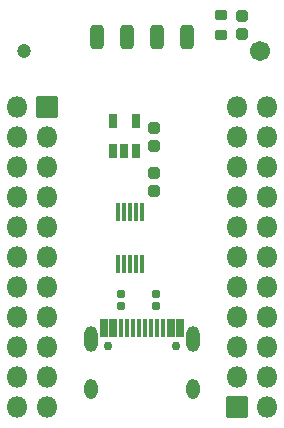
<source format=gbr>
G04 #@! TF.GenerationSoftware,KiCad,Pcbnew,(6.0.1)*
G04 #@! TF.CreationDate,2022-02-14T15:35:13+08:00*
G04 #@! TF.ProjectId,Test_Board,54657374-5f42-46f6-9172-642e6b696361,rev?*
G04 #@! TF.SameCoordinates,Original*
G04 #@! TF.FileFunction,Soldermask,Bot*
G04 #@! TF.FilePolarity,Negative*
%FSLAX46Y46*%
G04 Gerber Fmt 4.6, Leading zero omitted, Abs format (unit mm)*
G04 Created by KiCad (PCBNEW (6.0.1)) date 2022-02-14 15:35:13*
%MOMM*%
%LPD*%
G01*
G04 APERTURE LIST*
G04 Aperture macros list*
%AMRoundRect*
0 Rectangle with rounded corners*
0 $1 Rounding radius*
0 $2 $3 $4 $5 $6 $7 $8 $9 X,Y pos of 4 corners*
0 Add a 4 corners polygon primitive as box body*
4,1,4,$2,$3,$4,$5,$6,$7,$8,$9,$2,$3,0*
0 Add four circle primitives for the rounded corners*
1,1,$1+$1,$2,$3*
1,1,$1+$1,$4,$5*
1,1,$1+$1,$6,$7*
1,1,$1+$1,$8,$9*
0 Add four rect primitives between the rounded corners*
20,1,$1+$1,$2,$3,$4,$5,0*
20,1,$1+$1,$4,$5,$6,$7,0*
20,1,$1+$1,$6,$7,$8,$9,0*
20,1,$1+$1,$8,$9,$2,$3,0*%
G04 Aperture macros list end*
%ADD10RoundRect,0.300800X-0.250000X-0.750000X0.250000X-0.750000X0.250000X0.750000X-0.250000X0.750000X0*%
%ADD11C,1.201600*%
%ADD12C,1.701600*%
%ADD13RoundRect,0.269550X-0.256250X0.218750X-0.256250X-0.218750X0.256250X-0.218750X0.256250X0.218750X0*%
%ADD14RoundRect,0.185800X-0.185000X0.135000X-0.185000X-0.135000X0.185000X-0.135000X0.185000X0.135000X0*%
%ADD15RoundRect,0.250800X-0.275000X0.200000X-0.275000X-0.200000X0.275000X-0.200000X0.275000X0.200000X0*%
%ADD16RoundRect,0.050800X0.150000X-0.700000X0.150000X0.700000X-0.150000X0.700000X-0.150000X-0.700000X0*%
%ADD17RoundRect,0.275800X-0.250000X0.225000X-0.250000X-0.225000X0.250000X-0.225000X0.250000X0.225000X0*%
%ADD18RoundRect,0.050800X0.850000X0.850000X-0.850000X0.850000X-0.850000X-0.850000X0.850000X-0.850000X0*%
%ADD19O,1.801600X1.801600*%
%ADD20RoundRect,0.050800X-0.299700X0.500400X-0.299700X-0.500400X0.299700X-0.500400X0.299700X0.500400X0*%
%ADD21O,1.101600X1.701600*%
%ADD22O,1.101600X2.201600*%
%ADD23RoundRect,0.050800X0.300000X0.725000X-0.300000X0.725000X-0.300000X-0.725000X0.300000X-0.725000X0*%
%ADD24RoundRect,0.050800X0.150000X0.725000X-0.150000X0.725000X-0.150000X-0.725000X0.150000X-0.725000X0*%
%ADD25C,0.751600*%
%ADD26RoundRect,0.050800X-0.850000X-0.850000X0.850000X-0.850000X0.850000X0.850000X-0.850000X0.850000X0*%
G04 APERTURE END LIST*
D10*
X130223051Y-56264566D03*
X125143050Y-56264565D03*
X127683053Y-56264567D03*
X132763053Y-56264566D03*
D11*
X118953062Y-57481266D03*
D12*
X138953062Y-57481266D03*
D13*
X137425462Y-54486466D03*
X137425462Y-56061466D03*
D14*
X130161062Y-78055766D03*
X130161062Y-79075766D03*
D15*
X135622061Y-54448967D03*
X135622061Y-56098967D03*
D16*
X128951262Y-75482566D03*
X128451262Y-75482566D03*
X127951262Y-75482566D03*
X127451262Y-75482566D03*
X126951262Y-75482566D03*
X126951262Y-71082566D03*
X127451262Y-71082566D03*
X127951262Y-71082566D03*
X128451262Y-71082566D03*
X128951262Y-71082566D03*
D17*
X129957862Y-67808568D03*
X129957862Y-69358568D03*
X129983262Y-63973168D03*
X129983262Y-65523168D03*
D18*
X120943062Y-62218366D03*
D19*
X118403062Y-62218366D03*
X120943062Y-64758366D03*
X118403062Y-64758366D03*
X120943062Y-67298366D03*
X118403062Y-67298366D03*
X120943062Y-69838366D03*
X118403062Y-69838366D03*
X120943062Y-72378366D03*
X118403062Y-72378366D03*
X120943062Y-74918366D03*
X118403062Y-74918366D03*
X120943062Y-77458366D03*
X118403062Y-77458366D03*
X120943062Y-79998366D03*
X118403062Y-79998366D03*
X120943062Y-82538366D03*
X118403062Y-82538366D03*
X120943062Y-85078366D03*
X118403062Y-85078366D03*
X120943062Y-87618366D03*
X118403062Y-87618366D03*
D20*
X128405960Y-65972468D03*
X127455960Y-65972468D03*
X126505960Y-65972468D03*
X126505960Y-63371468D03*
X128405960Y-63371468D03*
D21*
X124633062Y-86052166D03*
D22*
X133273062Y-81872166D03*
D21*
X133273062Y-86052166D03*
D22*
X124633062Y-81872166D03*
D23*
X132203062Y-80957166D03*
X131403062Y-80957166D03*
D24*
X130703062Y-80957166D03*
X129703062Y-80957166D03*
X128203062Y-80957166D03*
X127203062Y-80957166D03*
D23*
X126503062Y-80957166D03*
X125703062Y-80957166D03*
X125703062Y-80957166D03*
X126503062Y-80957166D03*
D24*
X127703062Y-80957166D03*
X128703062Y-80957166D03*
X129203062Y-80957166D03*
X130203062Y-80957166D03*
D23*
X131403062Y-80957166D03*
X132203062Y-80957166D03*
D25*
X131843062Y-82402166D03*
X126063062Y-82402166D03*
D14*
X127163861Y-78055767D03*
X127163861Y-79075767D03*
D19*
X139510462Y-62218368D03*
X136970462Y-62218368D03*
X139510462Y-64758368D03*
X136970462Y-64758368D03*
X139510462Y-67298368D03*
X136970462Y-67298368D03*
X139510462Y-69838368D03*
X136970462Y-69838368D03*
X139510462Y-72378368D03*
X136970462Y-72378368D03*
X139510462Y-74918368D03*
X136970462Y-74918368D03*
X139510462Y-77458368D03*
X136970462Y-77458368D03*
X139510462Y-79998368D03*
X136970462Y-79998368D03*
X139510462Y-82538368D03*
X136970462Y-82538368D03*
X139510462Y-85078368D03*
X136970462Y-85078368D03*
X139510462Y-87618368D03*
D26*
X136970462Y-87618368D03*
M02*

</source>
